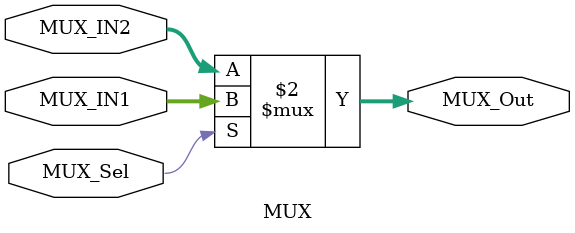
<source format=v>
module MUX(
    input [7:0] MUX_IN1,
    input [7:0] MUX_IN2, 
    input MUX_Sel,
    output [7:0] MUX_Out
);
    assign MUX_Out = (MUX_Sel == 1) ? MUX_IN1 : MUX_IN2;
endmodule
</source>
